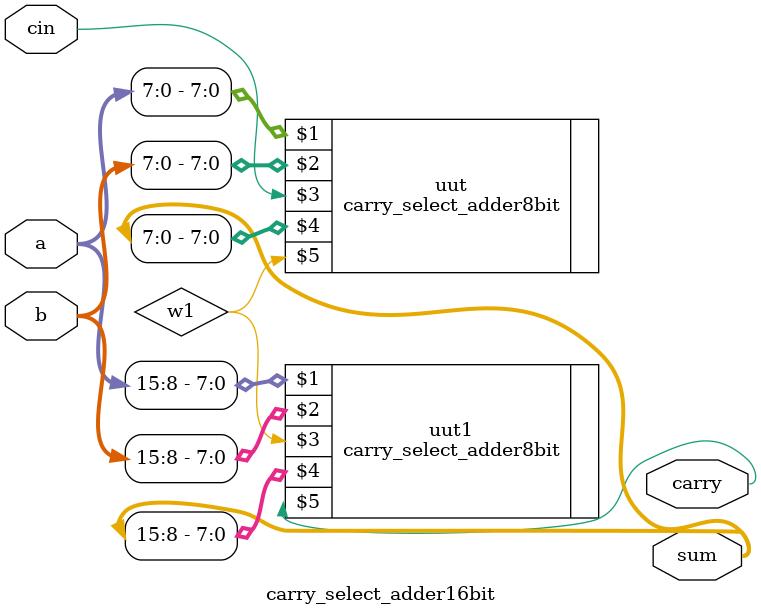
<source format=v>
module carry_select_adder16bit(a,b,cin,sum,carry);
input [15:0]a,b;
input cin;
output [15:0]sum;
output carry;
wire w1;
carry_select_adder8bit uut(a[7:0],b[7:0],cin,sum[7:0],w1);
carry_select_adder8bit uut1(a[15:8],b[15:8],w1,sum[15:8],carry);
endmodule
</source>
